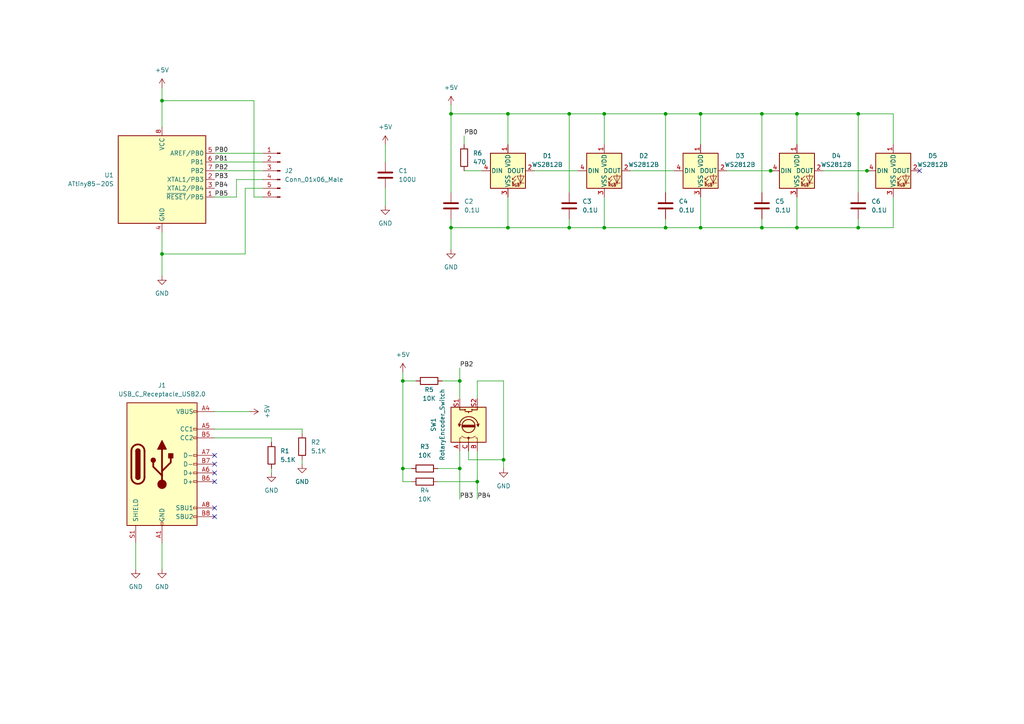
<source format=kicad_sch>
(kicad_sch (version 20211123) (generator eeschema)
  (paper "A4")
  (lib_symbols
    (symbol "Connector:Conn_01x06_Male" (pin_names (offset 1.016) hide)
      (property "Reference" "J" (at 0 7.62 0))
      (property "Value" "Conn_01x06_Male" (at 0 -10.16 0))
      (symbol "Conn_01x06_Male_1_1"
        (polyline (pts (xy 1.27 -7.62) (xy 0.8636 -7.62)) (stroke (width 0.1524)))
        (polyline (pts (xy 1.27 -5.08) (xy 0.8636 -5.08)) (stroke (width 0.1524)))
        (polyline (pts (xy 1.27 -2.54) (xy 0.8636 -2.54)) (stroke (width 0.1524)))
        (polyline (pts (xy 1.27 0) (xy 0.8636 0)) (stroke (width 0.1524)))
        (polyline (pts (xy 1.27 2.54) (xy 0.8636 2.54)) (stroke (width 0.1524)))
        (polyline (pts (xy 1.27 5.08) (xy 0.8636 5.08)) (stroke (width 0.1524)))
        (rectangle (start 0.8636 -7.493) (end 0 -7.747) (stroke (width 0.1524)) (fill (type outline)))
        (rectangle (start 0.8636 -4.953) (end 0 -5.207) (stroke (width 0.1524)) (fill (type outline)))
        (rectangle (start 0.8636 -2.413) (end 0 -2.667) (stroke (width 0.1524)) (fill (type outline)))
        (rectangle (start 0.8636 0.127) (end 0 -0.127) (stroke (width 0.1524)) (fill (type outline)))
        (rectangle (start 0.8636 2.667) (end 0 2.413) (stroke (width 0.1524)) (fill (type outline)))
        (rectangle (start 0.8636 5.207) (end 0 4.953) (stroke (width 0.1524)) (fill (type outline)))
        (pin passive line (at 5.08 5.08 180) (length 3.81) (name "Pin_1") (number "1"))
        (pin passive line (at 5.08 2.54 180) (length 3.81) (name "Pin_2") (number "2"))
        (pin passive line (at 5.08 0 180) (length 3.81) (name "Pin_3") (number "3"))
        (pin passive line (at 5.08 -2.54 180) (length 3.81) (name "Pin_4") (number "4"))
        (pin passive line (at 5.08 -5.08 180) (length 3.81) (name "Pin_5") (number "5"))
        (pin passive line (at 5.08 -7.62 180) (length 3.81) (name "Pin_6") (number "6"))
      )
    )
    (symbol "Connector:USB_C_Receptacle_USB2.0" (pin_names (offset 1.016))
      (property "Reference" "J1" (at 0 22.86 0))
      (property "Value" "USB_C_Receptacle_USB2.0" (at 0 20.32 0))
      (symbol "USB_C_Receptacle_USB2.0_0_0"
        (rectangle (start -0.254 -17.78) (end 0.254 -16.764))
        (rectangle (start 10.16 -14.986) (end 9.144 -15.494))
        (rectangle (start 10.16 -12.446) (end 9.144 -12.954))
        (rectangle (start 10.16 -4.826) (end 9.144 -5.334))
        (rectangle (start 10.16 -2.286) (end 9.144 -2.794))
        (rectangle (start 10.16 0.254) (end 9.144 -0.254))
        (rectangle (start 10.16 2.794) (end 9.144 2.286))
        (rectangle (start 10.16 7.874) (end 9.144 7.366))
        (rectangle (start 10.16 10.414) (end 9.144 9.906))
        (rectangle (start 10.16 15.494) (end 9.144 14.986))
      )
      (symbol "USB_C_Receptacle_USB2.0_0_1"
        (rectangle (start -10.16 17.78) (end 10.16 -17.78) (stroke (width 0.254)) (fill (type background)))
        (arc (start -8.89 -3.81) (mid -6.985 -5.715) (end -5.08 -3.81) (stroke (width 0.508)))
        (arc (start -7.62 -3.81) (mid -6.985 -4.445) (end -6.35 -3.81) (stroke (width 0.254)))
        (arc (start -7.62 -3.81) (mid -6.985 -4.445) (end -6.35 -3.81) (stroke (width 0.254)) (fill (type outline)))
        (rectangle (start -7.62 -3.81) (end -6.35 3.81) (stroke (width 0.254)) (fill (type outline)))
        (arc (start -6.35 3.81) (mid -6.985 4.445) (end -7.62 3.81) (stroke (width 0.254)))
        (arc (start -6.35 3.81) (mid -6.985 4.445) (end -7.62 3.81) (stroke (width 0.254)) (fill (type outline)))
        (arc (start -5.08 3.81) (mid -6.985 5.715) (end -8.89 3.81) (stroke (width 0.508)))
        (circle (center -2.54 1.143) (radius 0.635) (stroke (width 0.254)) (fill (type outline)))
        (circle (center 0 -5.842) (radius 1.27) (fill (type outline)))
        (polyline (pts (xy -8.89 -3.81) (xy -8.89 3.81)) (stroke (width 0.508)))
        (polyline (pts (xy -5.08 3.81) (xy -5.08 -3.81)) (stroke (width 0.508)))
        (polyline (pts (xy 0 -5.842) (xy 0 4.318)) (stroke (width 0.508)))
        (polyline (pts (xy 0 -3.302) (xy -2.54 -0.762) (xy -2.54 0.508)) (stroke (width 0.508)))
        (polyline (pts (xy 0 -2.032) (xy 2.54 0.508) (xy 2.54 1.778)) (stroke (width 0.508)))
        (polyline (pts (xy -1.27 4.318) (xy 0 6.858) (xy 1.27 4.318) (xy -1.27 4.318)) (stroke (width 0.254)) (fill (type outline)))
        (rectangle (start 1.905 1.778) (end 3.175 3.048) (stroke (width 0.254)) (fill (type outline)))
      )
      (symbol "USB_C_Receptacle_USB2.0_1_1"
        (pin power_out line (at 0 -22.86 90) (length 5.08) (name "GND") (number "A1"))
        (pin passive line (at 0 -22.86 90) (length 5.08) hide (name "GND") (number "A12"))
        (pin power_out line (at 15.24 15.24 180) (length 5.08) (name "VBUS") (number "A4"))
        (pin bidirectional line (at 15.24 10.16 180) (length 5.08) (name "CC1") (number "A5"))
        (pin bidirectional line (at 15.24 -2.54 180) (length 5.08) (name "D+") (number "A6"))
        (pin bidirectional line (at 15.24 2.54 180) (length 5.08) (name "D-") (number "A7"))
        (pin bidirectional line (at 15.24 -12.7 180) (length 5.08) (name "SBU1") (number "A8"))
        (pin passive line (at 15.24 15.24 180) (length 5.08) hide (name "VBUS") (number "A9"))
        (pin passive line (at 0 -22.86 90) (length 5.08) hide (name "GND") (number "B1"))
        (pin passive line (at 0 -22.86 90) (length 5.08) hide (name "GND") (number "B12"))
        (pin passive line (at 15.24 15.24 180) (length 5.08) hide (name "VBUS") (number "B4"))
        (pin bidirectional line (at 15.24 7.62 180) (length 5.08) (name "CC2") (number "B5"))
        (pin bidirectional line (at 15.24 -5.08 180) (length 5.08) (name "D+") (number "B6"))
        (pin bidirectional line (at 15.24 0 180) (length 5.08) (name "D-") (number "B7"))
        (pin bidirectional line (at 15.24 -15.24 180) (length 5.08) (name "SBU2") (number "B8"))
        (pin passive line (at 15.24 15.24 180) (length 5.08) hide (name "VBUS") (number "B9"))
        (pin passive line (at -7.62 -22.86 90) (length 5.08) (name "SHIELD") (number "S1"))
      )
    )
    (symbol "Device:C" (pin_numbers hide) (pin_names (offset 0.254))
      (property "Reference" "C" (at 0.635 2.54 0))
      (property "Value" "C" (at 0.635 -2.54 0))
      (symbol "C_0_1"
        (polyline (pts (xy -2.032 -0.762) (xy 2.032 -0.762)) (stroke (width 0.508)))
        (polyline (pts (xy -2.032 0.762) (xy 2.032 0.762)) (stroke (width 0.508)))
      )
      (symbol "C_1_1"
        (pin passive line (at 0 3.81 270) (length 2.794) (name "~") (number "1"))
        (pin passive line (at 0 -3.81 90) (length 2.794) (name "~") (number "2"))
      )
    )
    (symbol "Device:R" (pin_numbers hide) (pin_names (offset 0))
      (property "Reference" "R" (at 2.032 0 90))
      (property "Value" "R" (at 0 0 90))
      (symbol "R_0_1"
        (rectangle (start -1.016 -2.54) (end 1.016 2.54) (stroke (width 0.254)))
      )
      (symbol "R_1_1"
        (pin passive line (at 0 3.81 270) (length 1.27) (name "~") (number "1"))
        (pin passive line (at 0 -3.81 90) (length 1.27) (name "~") (number "2"))
      )
    )
    (symbol "Device:RotaryEncoder_Switch" (pin_names (offset 0.254) hide)
      (property "Reference" "SW" (at 0 6.604 0))
      (property "Value" "RotaryEncoder_Switch" (at 0 -6.604 0))
      (symbol "RotaryEncoder_Switch_0_1"
        (rectangle (start -5.08 5.08) (end 5.08 -5.08) (stroke (width 0.254)) (fill (type background)))
        (circle (center -3.81 0) (radius 0.254) (fill (type outline)))
        (arc (start -0.381 -2.794) (mid 2.3622 -0.0508) (end -0.381 2.667) (stroke (width 0.254)))
        (circle (center -0.381 0) (radius 1.905) (stroke (width 0.254)))
        (polyline (pts (xy -0.635 -1.778) (xy -0.635 1.778)) (stroke (width 0.254)))
        (polyline (pts (xy -0.381 -1.778) (xy -0.381 1.778)) (stroke (width 0.254)))
        (polyline (pts (xy -0.127 1.778) (xy -0.127 -1.778)) (stroke (width 0.254)))
        (polyline (pts (xy 3.81 0) (xy 3.429 0)) (stroke (width 0.254)))
        (polyline (pts (xy 3.81 1.016) (xy 3.81 -1.016)) (stroke (width 0.254)))
        (polyline (pts (xy -5.08 -2.54) (xy -3.81 -2.54) (xy -3.81 -2.032)))
        (polyline (pts (xy -5.08 2.54) (xy -3.81 2.54) (xy -3.81 2.032)))
        (polyline (pts (xy 0.254 -3.048) (xy -0.508 -2.794) (xy 0.127 -2.413)) (stroke (width 0.254)))
        (polyline (pts (xy 0.254 2.921) (xy -0.508 2.667) (xy 0.127 2.286)) (stroke (width 0.254)))
        (polyline (pts (xy 5.08 -2.54) (xy 4.318 -2.54) (xy 4.318 -1.016)) (stroke (width 0.254)))
        (polyline (pts (xy 5.08 2.54) (xy 4.318 2.54) (xy 4.318 1.016)) (stroke (width 0.254)))
        (polyline (pts (xy -5.08 0) (xy -3.81 0) (xy -3.81 -1.016) (xy -3.302 -2.032)))
        (polyline (pts (xy -4.318 0) (xy -3.81 0) (xy -3.81 1.016) (xy -3.302 2.032)))
        (circle (center 4.318 -1.016) (radius 0.127) (stroke (width 0.254)))
        (circle (center 4.318 1.016) (radius 0.127) (stroke (width 0.254)))
      )
      (symbol "RotaryEncoder_Switch_1_1"
        (pin passive line (at -7.62 2.54 0) (length 2.54) (name "A") (number "A"))
        (pin passive line (at -7.62 -2.54 0) (length 2.54) (name "B") (number "B"))
        (pin passive line (at -7.62 0 0) (length 2.54) (name "C") (number "C"))
        (pin passive line (at 7.62 2.54 180) (length 2.54) (name "S1") (number "S1"))
        (pin passive line (at 7.62 -2.54 180) (length 2.54) (name "S2") (number "S2"))
      )
    )
    (symbol "LED:WS2812B" (pin_names (offset 0.254))
      (property "Reference" "D" (at 5.08 5.715 0))
      (property "Value" "WS2812B" (at 1.27 -5.715 0))
      (symbol "WS2812B_0_0"
        (text "RGB" (at 2.286 -4.191 0) (effects (font (size 0.762 0.762))))
      )
      (symbol "WS2812B_0_1"
        (polyline (pts (xy 1.27 -3.556) (xy 1.778 -3.556)))
        (polyline (pts (xy 1.27 -2.54) (xy 1.778 -2.54)))
        (polyline (pts (xy 4.699 -3.556) (xy 2.667 -3.556)))
        (polyline (pts (xy 2.286 -2.54) (xy 1.27 -3.556) (xy 1.27 -3.048)))
        (polyline (pts (xy 2.286 -1.524) (xy 1.27 -2.54) (xy 1.27 -2.032)))
        (polyline (pts (xy 3.683 -1.016) (xy 3.683 -3.556) (xy 3.683 -4.064)))
        (polyline (pts (xy 4.699 -1.524) (xy 2.667 -1.524) (xy 3.683 -3.556) (xy 4.699 -1.524)))
        (rectangle (start 5.08 5.08) (end -5.08 -5.08) (stroke (width 0.254)) (fill (type background)))
      )
      (symbol "WS2812B_1_1"
        (pin power_in line (at 0 7.62 270) (length 2.54) (name "VDD") (number "1"))
        (pin output line (at 7.62 0 180) (length 2.54) (name "DOUT") (number "2"))
        (pin power_in line (at 0 -7.62 90) (length 2.54) (name "VSS") (number "3"))
        (pin input line (at -7.62 0 0) (length 2.54) (name "DIN") (number "4"))
      )
    )
    (symbol "MCU_Microchip_ATtiny:ATtiny85-20S"
      (property "Reference" "U" (at -12.7 13.97 0))
      (property "Value" "ATtiny85-20S" (at 2.54 -13.97 0))
      (symbol "ATtiny85-20S_0_1"
        (rectangle (start -12.7 -12.7) (end 12.7 12.7) (stroke (width 0.254)) (fill (type background)))
      )
      (symbol "ATtiny85-20S_1_1"
        (pin bidirectional line (at 15.24 -5.08 180) (length 2.54) (name "~{RESET}/PB5") (number "1"))
        (pin bidirectional line (at 15.24 0 180) (length 2.54) (name "XTAL1/PB3") (number "2"))
        (pin bidirectional line (at 15.24 -2.54 180) (length 2.54) (name "XTAL2/PB4") (number "3"))
        (pin power_in line (at 0 -15.24 90) (length 2.54) (name "GND") (number "4"))
        (pin bidirectional line (at 15.24 7.62 180) (length 2.54) (name "AREF/PB0") (number "5"))
        (pin bidirectional line (at 15.24 5.08 180) (length 2.54) (name "PB1") (number "6"))
        (pin bidirectional line (at 15.24 2.54 180) (length 2.54) (name "PB2") (number "7"))
        (pin power_in line (at 0 15.24 270) (length 2.54) (name "VCC") (number "8"))
      )
    )
    (symbol "power:+5V" (power) (pin_names (offset 0))
      (property "Value" "+5V" (at 0 3.556 0))
      (symbol "+5V_0_1"
        (polyline (pts (xy -0.762 1.27) (xy 0 2.54)))
        (polyline (pts (xy 0 0) (xy 0 2.54)))
        (polyline (pts (xy 0 2.54) (xy 0.762 1.27)))
      )
      (symbol "+5V_1_1"
        (pin power_in line (at 0 0 90) (length 0) hide (name "+5V") (number "1"))
      )
    )
    (symbol "power:GND" (power) (pin_names (offset 0))
      (property "Value" "GND" (at 0 -3.81 0))
      (symbol "GND_0_1"
        (polyline (pts (xy 0 0) (xy 0 -1.27) (xy 1.27 -1.27) (xy 0 -2.54) (xy -1.27 -1.27) (xy 0 -1.27)))
      )
      (symbol "GND_1_1"
        (pin power_in line (at 0 0 270) (length 0) hide (name "GND") (number "1"))
      )
    )
  )
  (junction (at 147.32 66.04))
  (junction (at 147.32 33.02))
  (junction (at 116.84 110.49))
  (junction (at 251.46 49.53))
  (junction (at 248.92 66.04))
  (junction (at 46.99 29.21))
  (junction (at 220.98 33.02))
  (junction (at 231.14 66.04))
  (junction (at 116.84 135.89))
  (junction (at 175.26 66.04))
  (junction (at 46.99 73.66))
  (junction (at 146.05 133.35))
  (junction (at 223.52 49.53))
  (junction (at 193.04 33.02))
  (junction (at 193.04 66.04))
  (junction (at 248.92 33.02))
  (junction (at 203.2 33.02))
  (junction (at 133.35 110.49))
  (junction (at 203.2 66.04))
  (junction (at 220.98 66.04))
  (junction (at 165.1 33.02))
  (junction (at 138.43 139.7))
  (junction (at 231.14 33.02))
  (junction (at 130.81 66.04))
  (junction (at 165.1 66.04))
  (junction (at 130.81 33.02))
  (junction (at 133.35 135.89))
  (junction (at 175.26 33.02))
  (no_connect (at 266.7 49.53))
  (no_connect (at 62.23 139.7))
  (no_connect (at 62.23 132.08))
  (no_connect (at 62.23 134.62))
  (no_connect (at 62.23 137.16))
  (no_connect (at 62.23 147.32))
  (no_connect (at 62.23 149.86))
  (wire (pts (xy 130.81 63.5) (xy 130.81 66.04)))
  (wire (pts (xy 78.74 127) (xy 78.74 128.27)))
  (wire (pts (xy 46.99 36.83) (xy 46.99 29.21)))
  (wire (pts (xy 135.89 133.35) (xy 146.05 133.35)))
  (wire (pts (xy 68.58 52.07) (xy 76.2 52.07)))
  (wire (pts (xy 210.82 49.53) (xy 223.52 49.53)))
  (wire (pts (xy 175.26 57.15) (xy 175.26 66.04)))
  (wire (pts (xy 138.43 139.7) (xy 138.43 130.81)))
  (wire (pts (xy 248.92 33.02) (xy 248.92 55.88)))
  (wire (pts (xy 223.52 49.53) (xy 224.79 49.53)))
  (wire (pts (xy 165.1 33.02) (xy 175.26 33.02)))
  (wire (pts (xy 182.88 49.53) (xy 195.58 49.53)))
  (wire (pts (xy 134.62 39.37) (xy 134.62 41.91)))
  (wire (pts (xy 138.43 110.49) (xy 138.43 115.57)))
  (wire (pts (xy 248.92 33.02) (xy 259.08 33.02)))
  (wire (pts (xy 62.23 44.45) (xy 76.2 44.45)))
  (wire (pts (xy 165.1 63.5) (xy 165.1 66.04)))
  (wire (pts (xy 147.32 33.02) (xy 147.32 41.91)))
  (wire (pts (xy 46.99 73.66) (xy 71.12 73.66)))
  (wire (pts (xy 220.98 63.5) (xy 220.98 66.04)))
  (wire (pts (xy 135.89 130.81) (xy 135.89 133.35)))
  (wire (pts (xy 138.43 139.7) (xy 138.43 144.78)))
  (wire (pts (xy 116.84 110.49) (xy 116.84 107.95)))
  (wire (pts (xy 111.76 41.91) (xy 111.76 46.99)))
  (wire (pts (xy 133.35 106.68) (xy 133.35 110.49)))
  (wire (pts (xy 62.23 49.53) (xy 76.2 49.53)))
  (wire (pts (xy 116.84 139.7) (xy 116.84 135.89)))
  (wire (pts (xy 76.2 57.15) (xy 73.66 57.15)))
  (wire (pts (xy 127 139.7) (xy 138.43 139.7)))
  (wire (pts (xy 193.04 63.5) (xy 193.04 66.04)))
  (wire (pts (xy 133.35 135.89) (xy 133.35 144.78)))
  (wire (pts (xy 130.81 66.04) (xy 130.81 72.39)))
  (wire (pts (xy 248.92 66.04) (xy 259.08 66.04)))
  (wire (pts (xy 203.2 33.02) (xy 203.2 41.91)))
  (wire (pts (xy 231.14 57.15) (xy 231.14 66.04)))
  (wire (pts (xy 87.63 133.35) (xy 87.63 134.62)))
  (wire (pts (xy 165.1 33.02) (xy 165.1 55.88)))
  (wire (pts (xy 128.27 110.49) (xy 133.35 110.49)))
  (wire (pts (xy 220.98 66.04) (xy 231.14 66.04)))
  (wire (pts (xy 175.26 66.04) (xy 193.04 66.04)))
  (wire (pts (xy 46.99 73.66) (xy 46.99 80.01)))
  (wire (pts (xy 203.2 57.15) (xy 203.2 66.04)))
  (wire (pts (xy 111.76 54.61) (xy 111.76 59.69)))
  (wire (pts (xy 68.58 57.15) (xy 68.58 52.07)))
  (wire (pts (xy 259.08 66.04) (xy 259.08 57.15)))
  (wire (pts (xy 146.05 133.35) (xy 146.05 135.89)))
  (wire (pts (xy 238.76 49.53) (xy 251.46 49.53)))
  (wire (pts (xy 193.04 66.04) (xy 203.2 66.04)))
  (wire (pts (xy 231.14 66.04) (xy 248.92 66.04)))
  (wire (pts (xy 259.08 33.02) (xy 259.08 41.91)))
  (wire (pts (xy 203.2 33.02) (xy 220.98 33.02)))
  (wire (pts (xy 62.23 124.46) (xy 87.63 124.46)))
  (wire (pts (xy 116.84 135.89) (xy 119.38 135.89)))
  (wire (pts (xy 62.23 46.99) (xy 76.2 46.99)))
  (wire (pts (xy 251.46 49.53) (xy 252.73 49.53)))
  (wire (pts (xy 147.32 66.04) (xy 165.1 66.04)))
  (wire (pts (xy 231.14 33.02) (xy 231.14 41.91)))
  (wire (pts (xy 130.81 33.02) (xy 147.32 33.02)))
  (wire (pts (xy 203.2 66.04) (xy 220.98 66.04)))
  (wire (pts (xy 147.32 33.02) (xy 165.1 33.02)))
  (wire (pts (xy 87.63 124.46) (xy 87.63 125.73)))
  (wire (pts (xy 175.26 33.02) (xy 193.04 33.02)))
  (wire (pts (xy 146.05 110.49) (xy 146.05 133.35)))
  (wire (pts (xy 130.81 66.04) (xy 147.32 66.04)))
  (wire (pts (xy 116.84 110.49) (xy 120.65 110.49)))
  (wire (pts (xy 62.23 127) (xy 78.74 127)))
  (wire (pts (xy 130.81 33.02) (xy 130.81 55.88)))
  (wire (pts (xy 46.99 25.4) (xy 46.99 29.21)))
  (wire (pts (xy 130.81 30.48) (xy 130.81 33.02)))
  (wire (pts (xy 147.32 57.15) (xy 147.32 66.04)))
  (wire (pts (xy 39.37 157.48) (xy 39.37 165.1)))
  (wire (pts (xy 119.38 139.7) (xy 116.84 139.7)))
  (wire (pts (xy 134.62 49.53) (xy 139.7 49.53)))
  (wire (pts (xy 76.2 54.61) (xy 71.12 54.61)))
  (wire (pts (xy 127 135.89) (xy 133.35 135.89)))
  (wire (pts (xy 116.84 135.89) (xy 116.84 110.49)))
  (wire (pts (xy 133.35 110.49) (xy 133.35 115.57)))
  (wire (pts (xy 62.23 119.38) (xy 72.39 119.38)))
  (wire (pts (xy 146.05 110.49) (xy 138.43 110.49)))
  (wire (pts (xy 154.94 49.53) (xy 167.64 49.53)))
  (wire (pts (xy 46.99 157.48) (xy 46.99 165.1)))
  (wire (pts (xy 193.04 33.02) (xy 203.2 33.02)))
  (wire (pts (xy 46.99 29.21) (xy 73.66 29.21)))
  (wire (pts (xy 175.26 33.02) (xy 175.26 41.91)))
  (wire (pts (xy 220.98 33.02) (xy 220.98 55.88)))
  (wire (pts (xy 220.98 33.02) (xy 231.14 33.02)))
  (wire (pts (xy 133.35 135.89) (xy 133.35 130.81)))
  (wire (pts (xy 46.99 67.31) (xy 46.99 73.66)))
  (wire (pts (xy 73.66 57.15) (xy 73.66 29.21)))
  (wire (pts (xy 78.74 135.89) (xy 78.74 137.16)))
  (wire (pts (xy 248.92 63.5) (xy 248.92 66.04)))
  (wire (pts (xy 231.14 33.02) (xy 248.92 33.02)))
  (wire (pts (xy 71.12 54.61) (xy 71.12 73.66)))
  (wire (pts (xy 193.04 33.02) (xy 193.04 55.88)))
  (wire (pts (xy 62.23 57.15) (xy 68.58 57.15)))
  (wire (pts (xy 165.1 66.04) (xy 175.26 66.04)))
  (label "PB2" (at 133.35 106.68 0))
  (label "PB0" (at 134.62 39.37 0))
  (label "PB3" (at 62.23 52.07 0))
  (label "PB5" (at 62.23 57.15 0))
  (label "PB3" (at 133.35 144.78 0))
  (label "PB1" (at 62.23 46.99 0))
  (label "PB4" (at 138.43 144.78 0))
  (label "PB0" (at 62.23 44.45 0))
  (label "PB4" (at 62.23 54.61 0))
  (label "PB2" (at 62.23 49.53 0))
  (symbol (lib_id "power:GND") (at 111.76 59.69 0) (unit 1)
    (property "Reference" "#PWR0104" (effects hide))
    (property "Value" "GND" (at 111.76 64.77 0))
  )
  (symbol (lib_id "Device:C") (at 248.92 59.69 0) (unit 1)
    (property "Reference" "C6" (at 252.73 58.4199 0) (effects (justify left)))
    (property "Value" "0.1U" (at 252.73 60.9599 0) (effects (justify left)))
    (property "Footprint" "Capacitor_SMD:C_0603_1608Metric_Pad1.08x0.95mm_HandSolder" (effects hide))
  )
  (symbol (lib_id "power:+5V") (at 111.76 41.91 0) (unit 1)
    (property "Reference" "#PWR0103" (effects hide))
    (property "Value" "+5V" (at 111.76 36.83 0))
  )
  (symbol (lib_id "power:+5V") (at 116.84 107.95 0) (unit 1)
    (property "Reference" "#PWR0112" (effects hide))
    (property "Value" "+5V" (at 116.84 102.87 0))
  )
  (symbol (lib_id "power:GND") (at 146.05 135.89 0) (unit 1)
    (property "Reference" "#PWR0113" (effects hide))
    (property "Value" "GND" (at 146.05 140.97 0))
  )
  (symbol (lib_id "Device:R") (at 123.19 135.89 270) (unit 1)
    (property "Reference" "R3" (at 123.19 129.54 90))
    (property "Value" "10K" (at 123.19 132.08 90))
    (property "Footprint" "Resistor_SMD:R_0603_1608Metric_Pad0.98x0.95mm_HandSolder" (effects hide))
  )
  (symbol (lib_id "power:+5V") (at 130.81 30.48 0) (unit 1)
    (property "Reference" "#PWR0102" (effects hide))
    (property "Value" "+5V" (at 130.81 25.4 0))
  )
  (symbol (lib_id "Device:C") (at 193.04 59.69 0) (unit 1)
    (property "Reference" "C4" (at 196.85 58.4199 0) (effects (justify left)))
    (property "Value" "0.1U" (at 196.85 60.9599 0) (effects (justify left)))
    (property "Footprint" "Capacitor_SMD:C_0603_1608Metric_Pad1.08x0.95mm_HandSolder" (effects hide))
  )
  (symbol (lib_id "power:+5V") (at 72.39 119.38 270) (unit 1)
    (property "Reference" "#PWR0111" (effects hide))
    (property "Value" "+5V" (at 77.47 119.38 0))
  )
  (symbol (lib_id "Device:C") (at 111.76 50.8 0) (unit 1)
    (property "Reference" "C1" (at 115.57 49.5299 0) (effects (justify left)))
    (property "Value" "100U" (at 115.57 52.0699 0) (effects (justify left)))
    (property "Footprint" "Capacitor_SMD:C_1210_3225Metric_Pad1.33x2.70mm_HandSolder" (effects hide))
  )
  (symbol (lib_id "LED:WS2812B") (at 175.26 49.53 0) (unit 1)
    (property "Reference" "D2" (at 186.69 45.1993 0))
    (property "Value" "WS2812B" (at 186.69 47.7393 0))
    (property "Footprint" "LED_SMD:LED_WS2812B_PLCC4_5.0x5.0mm_P3.2mm" (effects hide))
    (property "Datasheet" "https://cdn-shop.adafruit.com/datasheets/WS2812B.pdf" (effects hide))
  )
  (symbol (lib_id "LED:WS2812B") (at 231.14 49.53 0) (unit 1)
    (property "Reference" "D4" (at 242.57 45.1993 0))
    (property "Value" "WS2812B" (at 242.57 47.7393 0))
    (property "Footprint" "LED_SMD:LED_WS2812B_PLCC4_5.0x5.0mm_P3.2mm" (effects hide))
    (property "Datasheet" "https://cdn-shop.adafruit.com/datasheets/WS2812B.pdf" (effects hide))
  )
  (symbol (lib_id "MCU_Microchip_ATtiny:ATtiny85-20S") (at 46.99 52.07 0) (unit 1)
    (property "Reference" "U1" (at 33.02 50.7999 0) (effects (justify right)))
    (property "Value" "ATtiny85-20S" (at 33.02 53.3399 0) (effects (justify right)))
    (property "Footprint" "Package_SO:SOIC-8W_5.3x5.3mm_P1.27mm" (effects hide))
    (property "Datasheet" "http://ww1.microchip.com/downloads/en/DeviceDoc/atmel-2586-avr-8-bit-microcontroller-attiny25-attiny45-attiny85_datasheet.pdf" (effects hide))
  )
  (symbol (lib_id "Device:R") (at 78.74 132.08 0) (unit 1)
    (property "Reference" "R1" (at 81.28 130.8099 0) (effects (justify left)))
    (property "Value" "5.1K" (at 81.28 133.3499 0) (effects (justify left)))
    (property "Footprint" "Resistor_SMD:R_0603_1608Metric_Pad0.98x0.95mm_HandSolder" (effects hide))
  )
  (symbol (lib_id "power:GND") (at 87.63 134.62 0) (unit 1)
    (property "Reference" "#PWR0107" (effects hide))
    (property "Value" "GND" (at 87.63 139.7 0))
  )
  (symbol (lib_id "power:+5V") (at 46.99 25.4 0) (unit 1)
    (property "Reference" "#PWR0101" (effects hide))
    (property "Value" "+5V" (at 46.99 20.32 0))
  )
  (symbol (lib_id "power:GND") (at 130.81 72.39 0) (unit 1)
    (property "Reference" "#PWR0105" (effects hide))
    (property "Value" "GND" (at 130.81 77.47 0))
  )
  (symbol (lib_id "LED:WS2812B") (at 147.32 49.53 0) (unit 1)
    (property "Reference" "D1" (at 158.75 45.1993 0))
    (property "Value" "WS2812B" (at 158.75 47.7393 0))
    (property "Footprint" "LED_SMD:LED_WS2812B_PLCC4_5.0x5.0mm_P3.2mm" (effects hide))
    (property "Datasheet" "https://cdn-shop.adafruit.com/datasheets/WS2812B.pdf" (effects hide))
  )
  (symbol (lib_id "Device:R") (at 134.62 45.72 0) (unit 1)
    (property "Reference" "R6" (at 137.16 44.4499 0) (effects (justify left)))
    (property "Value" "470" (at 137.16 46.9899 0) (effects (justify left)))
    (property "Footprint" "Resistor_SMD:R_0603_1608Metric_Pad0.98x0.95mm_HandSolder" (effects hide))
  )
  (symbol (lib_id "Device:C") (at 220.98 59.69 0) (unit 1)
    (property "Reference" "C5" (at 224.79 58.4199 0) (effects (justify left)))
    (property "Value" "0.1U" (at 224.79 60.9599 0) (effects (justify left)))
    (property "Footprint" "Capacitor_SMD:C_0603_1608Metric_Pad1.08x0.95mm_HandSolder" (effects hide))
  )
  (symbol (lib_id "power:GND") (at 46.99 165.1 0) (unit 1)
    (property "Reference" "#PWR0110" (effects hide))
    (property "Value" "GND" (at 46.99 170.18 0))
  )
  (symbol (lib_id "LED:WS2812B") (at 203.2 49.53 0) (unit 1)
    (property "Reference" "D3" (at 214.63 45.1993 0))
    (property "Value" "WS2812B" (at 214.63 47.7393 0))
    (property "Footprint" "LED_SMD:LED_WS2812B_PLCC4_5.0x5.0mm_P3.2mm" (effects hide))
    (property "Datasheet" "https://cdn-shop.adafruit.com/datasheets/WS2812B.pdf" (effects hide))
  )
  (symbol (lib_id "Device:C") (at 130.81 59.69 0) (unit 1)
    (property "Reference" "C2" (at 134.62 58.4199 0) (effects (justify left)))
    (property "Value" "0.1U" (at 134.62 60.9599 0) (effects (justify left)))
    (property "Footprint" "Capacitor_SMD:C_0603_1608Metric_Pad1.08x0.95mm_HandSolder" (effects hide))
  )
  (symbol (lib_id "Device:R") (at 87.63 129.54 0) (unit 1)
    (property "Reference" "R2" (at 90.17 128.2699 0) (effects (justify left)))
    (property "Value" "5.1K" (at 90.17 130.8099 0) (effects (justify left)))
    (property "Footprint" "Resistor_SMD:R_0603_1608Metric_Pad0.98x0.95mm_HandSolder" (effects hide))
  )
  (symbol (lib_id "Device:R") (at 124.46 110.49 270) (unit 1)
    (property "Reference" "R5" (at 124.46 113.03 90))
    (property "Value" "10K" (at 124.46 115.57 90))
    (property "Footprint" "Resistor_SMD:R_0603_1608Metric_Pad0.98x0.95mm_HandSolder" (effects hide))
  )
  (symbol (lib_id "power:GND") (at 39.37 165.1 0) (unit 1)
    (property "Reference" "#PWR0109" (effects hide))
    (property "Value" "GND" (at 39.37 170.18 0))
  )
  (symbol (lib_id "LED:WS2812B") (at 259.08 49.53 0) (unit 1)
    (property "Reference" "D5" (at 270.51 45.1993 0))
    (property "Value" "WS2812B" (at 270.51 47.7393 0))
    (property "Footprint" "LED_SMD:LED_WS2812B_PLCC4_5.0x5.0mm_P3.2mm" (effects hide))
    (property "Datasheet" "https://cdn-shop.adafruit.com/datasheets/WS2812B.pdf" (effects hide))
  )
  (symbol (lib_id "power:GND") (at 46.99 80.01 0) (unit 1)
    (property "Reference" "#PWR0108" (effects hide))
    (property "Value" "GND" (at 46.99 85.09 0))
  )
  (symbol (lib_id "power:GND") (at 78.74 137.16 0) (unit 1)
    (property "Reference" "#PWR0106" (effects hide))
    (property "Value" "GND" (at 78.74 142.24 0))
  )
  (symbol (lib_id "Device:RotaryEncoder_Switch") (at 135.89 123.19 90) (unit 1)
    (property "Reference" "SW1" (at 125.73 123.19 0))
    (property "Value" "RotaryEncoder_Switch" (at 128.27 123.19 0))
    (property "Footprint" "pcb:EC12D" (effects hide))
  )
  (symbol (lib_id "Connector:USB_C_Receptacle_USB2.0") (at 46.99 134.62 0) (unit 1)
    (property "Reference" "J1" (at 46.99 111.76 0))
    (property "Value" "USB_C_Receptacle_USB2.0" (at 46.99 114.3 0))
    (property "Footprint" "Connector_USB:USB_C_Receptacle_HRO_TYPE-C-31-M-12" (effects hide))
    (property "Datasheet" "https://www.usb.org/sites/default/files/documents/usb_type-c.zip" (effects hide))
  )
  (symbol (lib_id "Connector:Conn_01x06_Male") (at 81.28 49.53 0) (mirror y) (unit 1)
    (property "Reference" "J2" (at 82.55 49.5299 0) (effects (justify right)))
    (property "Value" "Conn_01x06_Male" (at 82.55 52.0699 0) (effects (justify right)))
    (property "Footprint" "Connector_PinHeader_2.54mm:PinHeader_1x06_P2.54mm_Horizontal" (effects hide))
  )
  (symbol (lib_id "Device:C") (at 165.1 59.69 0) (unit 1)
    (property "Reference" "C3" (at 168.91 58.4199 0) (effects (justify left)))
    (property "Value" "0.1U" (at 168.91 60.9599 0) (effects (justify left)))
    (property "Footprint" "Capacitor_SMD:C_0603_1608Metric_Pad1.08x0.95mm_HandSolder" (effects hide))
  )
  (symbol (lib_id "Device:R") (at 123.19 139.7 270) (unit 1)
    (property "Reference" "R4" (at 123.19 142.24 90))
    (property "Value" "10K" (at 123.19 144.78 90))
    (property "Footprint" "Resistor_SMD:R_0603_1608Metric_Pad0.98x0.95mm_HandSolder" (effects hide))
  )
)
</source>
